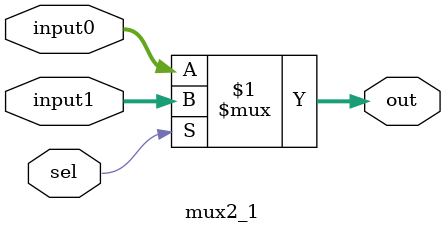
<source format=sv>
module mux2_1 (
    input logic [31:0]input0,input1,
    input logic sel,
    output logic [31:0]out
);
assign out = (sel) ? input1 : input0;
endmodule
</source>
